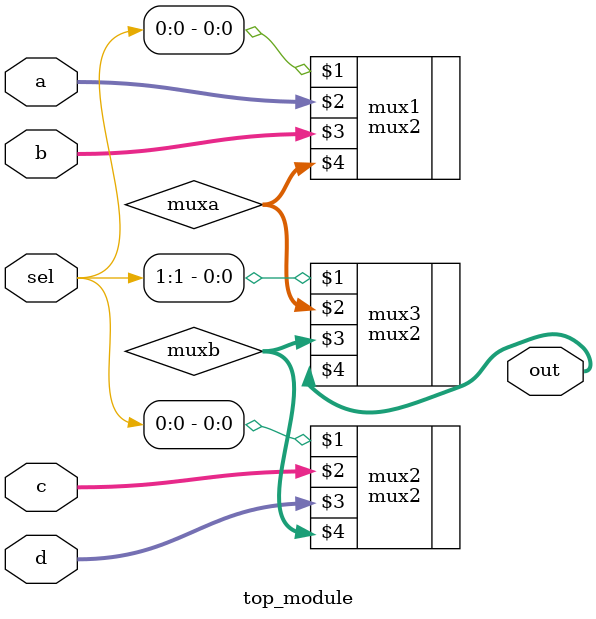
<source format=v>
module top_module (
    input [1:0] sel,
    input [7:0] a,
    input [7:0] b,
    input [7:0] c,
    input [7:0] d,
    output [7:0] out  ); //

    wire[7:0] muxa, muxb;
    mux2 mux1 ( sel[0],    a,    b, muxa );
    mux2 mux2 ( sel[0],    c,    d, muxb );
    mux2 mux3 ( sel[1], muxa, muxb,  out );

endmodule

</source>
